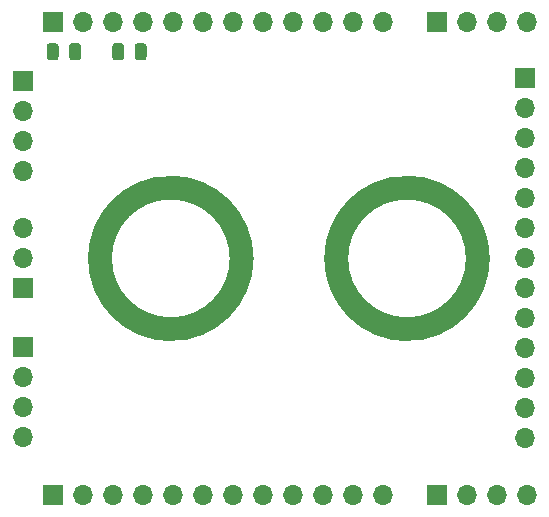
<source format=gbr>
%TF.GenerationSoftware,KiCad,Pcbnew,(5.1.9)-1*%
%TF.CreationDate,2021-09-03T13:39:35-04:00*%
%TF.ProjectId,Preamp_Shield,50726561-6d70-45f5-9368-69656c642e6b,rev?*%
%TF.SameCoordinates,Original*%
%TF.FileFunction,Soldermask,Top*%
%TF.FilePolarity,Negative*%
%FSLAX46Y46*%
G04 Gerber Fmt 4.6, Leading zero omitted, Abs format (unit mm)*
G04 Created by KiCad (PCBNEW (5.1.9)-1) date 2021-09-03 13:39:35*
%MOMM*%
%LPD*%
G01*
G04 APERTURE LIST*
%ADD10C,2.000000*%
%ADD11O,1.700000X1.700000*%
%ADD12R,1.700000X1.700000*%
G04 APERTURE END LIST*
D10*
X141000000Y-95000000D02*
G75*
G03*
X141000000Y-95000000I-6000000J0D01*
G01*
X121000000Y-95000000D02*
G75*
G03*
X121000000Y-95000000I-6000000J0D01*
G01*
D11*
%TO.C,J6*%
X145000000Y-110240000D03*
X145000000Y-107700000D03*
X145000000Y-105160000D03*
X145000000Y-102620000D03*
X145000000Y-100080000D03*
X145000000Y-97540000D03*
X145000000Y-95000000D03*
X145000000Y-92460000D03*
X145000000Y-89920000D03*
X145000000Y-87380000D03*
X145000000Y-84840000D03*
X145000000Y-82300000D03*
D12*
X145000000Y-79760000D03*
%TD*%
%TO.C,C5*%
G36*
G01*
X111950000Y-77975000D02*
X111950000Y-77025000D01*
G75*
G02*
X112200000Y-76775000I250000J0D01*
G01*
X112700000Y-76775000D01*
G75*
G02*
X112950000Y-77025000I0J-250000D01*
G01*
X112950000Y-77975000D01*
G75*
G02*
X112700000Y-78225000I-250000J0D01*
G01*
X112200000Y-78225000D01*
G75*
G02*
X111950000Y-77975000I0J250000D01*
G01*
G37*
G36*
G01*
X110050000Y-77975000D02*
X110050000Y-77025000D01*
G75*
G02*
X110300000Y-76775000I250000J0D01*
G01*
X110800000Y-76775000D01*
G75*
G02*
X111050000Y-77025000I0J-250000D01*
G01*
X111050000Y-77975000D01*
G75*
G02*
X110800000Y-78225000I-250000J0D01*
G01*
X110300000Y-78225000D01*
G75*
G02*
X110050000Y-77975000I0J250000D01*
G01*
G37*
%TD*%
%TO.C,C4*%
G36*
G01*
X106400000Y-77975000D02*
X106400000Y-77025000D01*
G75*
G02*
X106650000Y-76775000I250000J0D01*
G01*
X107150000Y-76775000D01*
G75*
G02*
X107400000Y-77025000I0J-250000D01*
G01*
X107400000Y-77975000D01*
G75*
G02*
X107150000Y-78225000I-250000J0D01*
G01*
X106650000Y-78225000D01*
G75*
G02*
X106400000Y-77975000I0J250000D01*
G01*
G37*
G36*
G01*
X104500000Y-77975000D02*
X104500000Y-77025000D01*
G75*
G02*
X104750000Y-76775000I250000J0D01*
G01*
X105250000Y-76775000D01*
G75*
G02*
X105500000Y-77025000I0J-250000D01*
G01*
X105500000Y-77975000D01*
G75*
G02*
X105250000Y-78225000I-250000J0D01*
G01*
X104750000Y-78225000D01*
G75*
G02*
X104500000Y-77975000I0J250000D01*
G01*
G37*
%TD*%
D11*
%TO.C,J8*%
X132940000Y-75000000D03*
X130400000Y-75000000D03*
X127860000Y-75000000D03*
X125320000Y-75000000D03*
X122780000Y-75000000D03*
X120240000Y-75000000D03*
X117700000Y-75000000D03*
X115160000Y-75000000D03*
X112620000Y-75000000D03*
X110080000Y-75000000D03*
X107540000Y-75000000D03*
D12*
X105000000Y-75000000D03*
%TD*%
D11*
%TO.C,J7*%
X132940000Y-115000000D03*
X130400000Y-115000000D03*
X127860000Y-115000000D03*
X125320000Y-115000000D03*
X122780000Y-115000000D03*
X120240000Y-115000000D03*
X117700000Y-115000000D03*
X115160000Y-115000000D03*
X112620000Y-115000000D03*
X110080000Y-115000000D03*
X107540000Y-115000000D03*
D12*
X105000000Y-115000000D03*
%TD*%
D11*
%TO.C,J5*%
X102500000Y-92460000D03*
X102500000Y-95000000D03*
D12*
X102500000Y-97540000D03*
%TD*%
D11*
%TO.C,J4*%
X102500000Y-110120000D03*
X102500000Y-107580000D03*
X102500000Y-105040000D03*
D12*
X102500000Y-102500000D03*
%TD*%
D11*
%TO.C,J3*%
X102500000Y-87620000D03*
X102500000Y-85080000D03*
X102500000Y-82540000D03*
D12*
X102500000Y-80000000D03*
%TD*%
D11*
%TO.C,J2*%
X145120000Y-115000000D03*
X142580000Y-115000000D03*
X140040000Y-115000000D03*
D12*
X137500000Y-115000000D03*
%TD*%
D11*
%TO.C,J1*%
X145120000Y-75000000D03*
X142580000Y-75000000D03*
X140040000Y-75000000D03*
D12*
X137500000Y-75000000D03*
%TD*%
M02*

</source>
